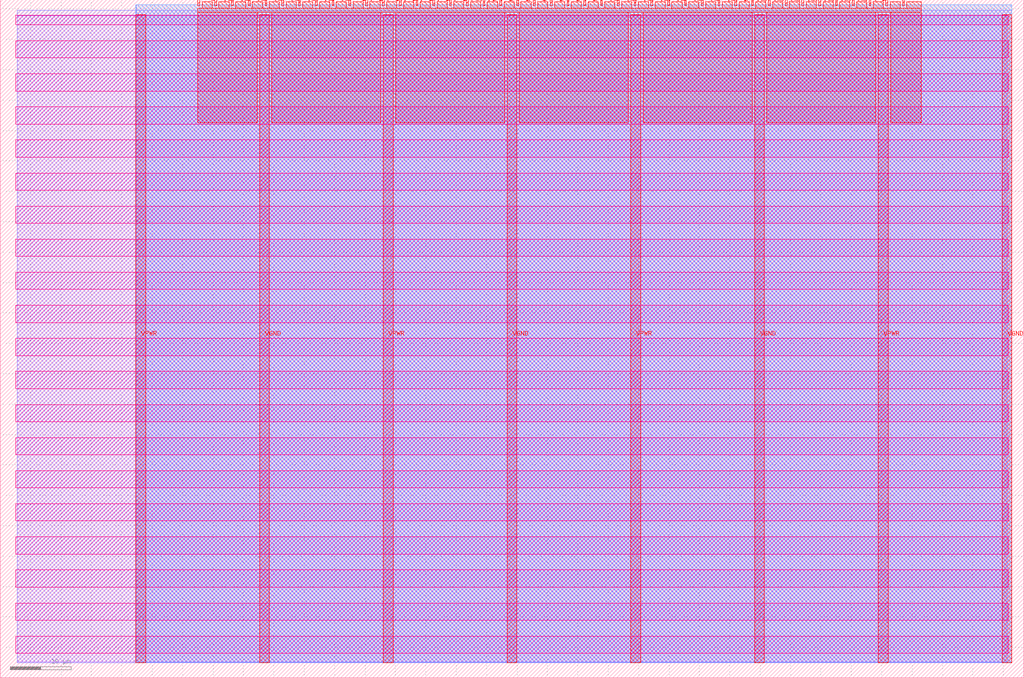
<source format=lef>
VERSION 5.7 ;
  NOWIREEXTENSIONATPIN ON ;
  DIVIDERCHAR "/" ;
  BUSBITCHARS "[]" ;
MACRO tt_um_wrapper_inputblackboxoutput_dup
  CLASS BLOCK ;
  FOREIGN tt_um_wrapper_inputblackboxoutput_dup ;
  ORIGIN 0.000 0.000 ;
  SIZE 168.360 BY 111.520 ;
  PIN VGND
    DIRECTION INOUT ;
    USE GROUND ;
    PORT
      LAYER met4 ;
        RECT 42.670 2.480 44.270 109.040 ;
    END
    PORT
      LAYER met4 ;
        RECT 83.380 2.480 84.980 109.040 ;
    END
    PORT
      LAYER met4 ;
        RECT 124.090 2.480 125.690 109.040 ;
    END
    PORT
      LAYER met4 ;
        RECT 164.800 2.480 166.400 109.040 ;
    END
  END VGND
  PIN VPWR
    DIRECTION INOUT ;
    USE POWER ;
    PORT
      LAYER met4 ;
        RECT 22.315 2.480 23.915 109.040 ;
    END
    PORT
      LAYER met4 ;
        RECT 63.025 2.480 64.625 109.040 ;
    END
    PORT
      LAYER met4 ;
        RECT 103.735 2.480 105.335 109.040 ;
    END
    PORT
      LAYER met4 ;
        RECT 144.445 2.480 146.045 109.040 ;
    END
  END VPWR
  PIN clk
    DIRECTION INPUT ;
    USE SIGNAL ;
    ANTENNAGATEAREA 0.852000 ;
    PORT
      LAYER met4 ;
        RECT 145.670 110.520 145.970 111.520 ;
    END
  END clk
  PIN ena
    DIRECTION INPUT ;
    USE SIGNAL ;
    ANTENNAGATEAREA 0.126000 ;
    PORT
      LAYER met4 ;
        RECT 148.430 110.520 148.730 111.520 ;
    END
  END ena
  PIN rst_n
    DIRECTION INPUT ;
    USE SIGNAL ;
    ANTENNAGATEAREA 0.196500 ;
    PORT
      LAYER met4 ;
        RECT 142.910 110.520 143.210 111.520 ;
    END
  END rst_n
  PIN ui_in[0]
    DIRECTION INPUT ;
    USE SIGNAL ;
    ANTENNAGATEAREA 0.159000 ;
    PORT
      LAYER met4 ;
        RECT 140.150 110.520 140.450 111.520 ;
    END
  END ui_in[0]
  PIN ui_in[1]
    DIRECTION INPUT ;
    USE SIGNAL ;
    ANTENNAGATEAREA 0.213000 ;
    PORT
      LAYER met4 ;
        RECT 137.390 110.520 137.690 111.520 ;
    END
  END ui_in[1]
  PIN ui_in[2]
    DIRECTION INPUT ;
    USE SIGNAL ;
    ANTENNAGATEAREA 0.213000 ;
    PORT
      LAYER met4 ;
        RECT 134.630 110.520 134.930 111.520 ;
    END
  END ui_in[2]
  PIN ui_in[3]
    DIRECTION INPUT ;
    USE SIGNAL ;
    ANTENNAGATEAREA 0.213000 ;
    PORT
      LAYER met4 ;
        RECT 131.870 110.520 132.170 111.520 ;
    END
  END ui_in[3]
  PIN ui_in[4]
    DIRECTION INPUT ;
    USE SIGNAL ;
    ANTENNAGATEAREA 0.159000 ;
    PORT
      LAYER met4 ;
        RECT 129.110 110.520 129.410 111.520 ;
    END
  END ui_in[4]
  PIN ui_in[5]
    DIRECTION INPUT ;
    USE SIGNAL ;
    ANTENNAGATEAREA 0.159000 ;
    PORT
      LAYER met4 ;
        RECT 126.350 110.520 126.650 111.520 ;
    END
  END ui_in[5]
  PIN ui_in[6]
    DIRECTION INPUT ;
    USE SIGNAL ;
    ANTENNAGATEAREA 0.159000 ;
    PORT
      LAYER met4 ;
        RECT 123.590 110.520 123.890 111.520 ;
    END
  END ui_in[6]
  PIN ui_in[7]
    DIRECTION INPUT ;
    USE SIGNAL ;
    ANTENNAGATEAREA 0.126000 ;
    PORT
      LAYER met4 ;
        RECT 120.830 110.520 121.130 111.520 ;
    END
  END ui_in[7]
  PIN uio_in[0]
    DIRECTION INPUT ;
    USE SIGNAL ;
    PORT
      LAYER met4 ;
        RECT 118.070 110.520 118.370 111.520 ;
    END
  END uio_in[0]
  PIN uio_in[1]
    DIRECTION INPUT ;
    USE SIGNAL ;
    PORT
      LAYER met4 ;
        RECT 115.310 110.520 115.610 111.520 ;
    END
  END uio_in[1]
  PIN uio_in[2]
    DIRECTION INPUT ;
    USE SIGNAL ;
    PORT
      LAYER met4 ;
        RECT 112.550 110.520 112.850 111.520 ;
    END
  END uio_in[2]
  PIN uio_in[3]
    DIRECTION INPUT ;
    USE SIGNAL ;
    PORT
      LAYER met4 ;
        RECT 109.790 110.520 110.090 111.520 ;
    END
  END uio_in[3]
  PIN uio_in[4]
    DIRECTION INPUT ;
    USE SIGNAL ;
    PORT
      LAYER met4 ;
        RECT 107.030 110.520 107.330 111.520 ;
    END
  END uio_in[4]
  PIN uio_in[5]
    DIRECTION INPUT ;
    USE SIGNAL ;
    PORT
      LAYER met4 ;
        RECT 104.270 110.520 104.570 111.520 ;
    END
  END uio_in[5]
  PIN uio_in[6]
    DIRECTION INPUT ;
    USE SIGNAL ;
    PORT
      LAYER met4 ;
        RECT 101.510 110.520 101.810 111.520 ;
    END
  END uio_in[6]
  PIN uio_in[7]
    DIRECTION INPUT ;
    USE SIGNAL ;
    PORT
      LAYER met4 ;
        RECT 98.750 110.520 99.050 111.520 ;
    END
  END uio_in[7]
  PIN uio_oe[0]
    DIRECTION OUTPUT TRISTATE ;
    USE SIGNAL ;
    PORT
      LAYER met4 ;
        RECT 51.830 110.520 52.130 111.520 ;
    END
  END uio_oe[0]
  PIN uio_oe[1]
    DIRECTION OUTPUT TRISTATE ;
    USE SIGNAL ;
    PORT
      LAYER met4 ;
        RECT 49.070 110.520 49.370 111.520 ;
    END
  END uio_oe[1]
  PIN uio_oe[2]
    DIRECTION OUTPUT TRISTATE ;
    USE SIGNAL ;
    PORT
      LAYER met4 ;
        RECT 46.310 110.520 46.610 111.520 ;
    END
  END uio_oe[2]
  PIN uio_oe[3]
    DIRECTION OUTPUT TRISTATE ;
    USE SIGNAL ;
    PORT
      LAYER met4 ;
        RECT 43.550 110.520 43.850 111.520 ;
    END
  END uio_oe[3]
  PIN uio_oe[4]
    DIRECTION OUTPUT TRISTATE ;
    USE SIGNAL ;
    PORT
      LAYER met4 ;
        RECT 40.790 110.520 41.090 111.520 ;
    END
  END uio_oe[4]
  PIN uio_oe[5]
    DIRECTION OUTPUT TRISTATE ;
    USE SIGNAL ;
    PORT
      LAYER met4 ;
        RECT 38.030 110.520 38.330 111.520 ;
    END
  END uio_oe[5]
  PIN uio_oe[6]
    DIRECTION OUTPUT TRISTATE ;
    USE SIGNAL ;
    PORT
      LAYER met4 ;
        RECT 35.270 110.520 35.570 111.520 ;
    END
  END uio_oe[6]
  PIN uio_oe[7]
    DIRECTION OUTPUT TRISTATE ;
    USE SIGNAL ;
    PORT
      LAYER met4 ;
        RECT 32.510 110.520 32.810 111.520 ;
    END
  END uio_oe[7]
  PIN uio_out[0]
    DIRECTION OUTPUT TRISTATE ;
    USE SIGNAL ;
    ANTENNADIFFAREA 0.924000 ;
    PORT
      LAYER met4 ;
        RECT 73.910 110.520 74.210 111.520 ;
    END
  END uio_out[0]
  PIN uio_out[1]
    DIRECTION OUTPUT TRISTATE ;
    USE SIGNAL ;
    ANTENNADIFFAREA 0.445500 ;
    PORT
      LAYER met4 ;
        RECT 71.150 110.520 71.450 111.520 ;
    END
  END uio_out[1]
  PIN uio_out[2]
    DIRECTION OUTPUT TRISTATE ;
    USE SIGNAL ;
    ANTENNADIFFAREA 0.445500 ;
    PORT
      LAYER met4 ;
        RECT 68.390 110.520 68.690 111.520 ;
    END
  END uio_out[2]
  PIN uio_out[3]
    DIRECTION OUTPUT TRISTATE ;
    USE SIGNAL ;
    ANTENNADIFFAREA 0.445500 ;
    PORT
      LAYER met4 ;
        RECT 65.630 110.520 65.930 111.520 ;
    END
  END uio_out[3]
  PIN uio_out[4]
    DIRECTION OUTPUT TRISTATE ;
    USE SIGNAL ;
    ANTENNADIFFAREA 0.445500 ;
    PORT
      LAYER met4 ;
        RECT 62.870 110.520 63.170 111.520 ;
    END
  END uio_out[4]
  PIN uio_out[5]
    DIRECTION OUTPUT TRISTATE ;
    USE SIGNAL ;
    ANTENNADIFFAREA 0.795200 ;
    PORT
      LAYER met4 ;
        RECT 60.110 110.520 60.410 111.520 ;
    END
  END uio_out[5]
  PIN uio_out[6]
    DIRECTION OUTPUT TRISTATE ;
    USE SIGNAL ;
    ANTENNADIFFAREA 0.795200 ;
    PORT
      LAYER met4 ;
        RECT 57.350 110.520 57.650 111.520 ;
    END
  END uio_out[6]
  PIN uio_out[7]
    DIRECTION OUTPUT TRISTATE ;
    USE SIGNAL ;
    ANTENNADIFFAREA 0.795200 ;
    PORT
      LAYER met4 ;
        RECT 54.590 110.520 54.890 111.520 ;
    END
  END uio_out[7]
  PIN uo_out[0]
    DIRECTION OUTPUT TRISTATE ;
    USE SIGNAL ;
    ANTENNADIFFAREA 0.445500 ;
    PORT
      LAYER met4 ;
        RECT 95.990 110.520 96.290 111.520 ;
    END
  END uo_out[0]
  PIN uo_out[1]
    DIRECTION OUTPUT TRISTATE ;
    USE SIGNAL ;
    ANTENNADIFFAREA 0.445500 ;
    PORT
      LAYER met4 ;
        RECT 93.230 110.520 93.530 111.520 ;
    END
  END uo_out[1]
  PIN uo_out[2]
    DIRECTION OUTPUT TRISTATE ;
    USE SIGNAL ;
    ANTENNADIFFAREA 0.445500 ;
    PORT
      LAYER met4 ;
        RECT 90.470 110.520 90.770 111.520 ;
    END
  END uo_out[2]
  PIN uo_out[3]
    DIRECTION OUTPUT TRISTATE ;
    USE SIGNAL ;
    ANTENNADIFFAREA 0.445500 ;
    PORT
      LAYER met4 ;
        RECT 87.710 110.520 88.010 111.520 ;
    END
  END uo_out[3]
  PIN uo_out[4]
    DIRECTION OUTPUT TRISTATE ;
    USE SIGNAL ;
    ANTENNADIFFAREA 0.445500 ;
    PORT
      LAYER met4 ;
        RECT 84.950 110.520 85.250 111.520 ;
    END
  END uo_out[4]
  PIN uo_out[5]
    DIRECTION OUTPUT TRISTATE ;
    USE SIGNAL ;
    ANTENNADIFFAREA 0.445500 ;
    PORT
      LAYER met4 ;
        RECT 82.190 110.520 82.490 111.520 ;
    END
  END uo_out[5]
  PIN uo_out[6]
    DIRECTION OUTPUT TRISTATE ;
    USE SIGNAL ;
    ANTENNADIFFAREA 0.445500 ;
    PORT
      LAYER met4 ;
        RECT 79.430 110.520 79.730 111.520 ;
    END
  END uo_out[6]
  PIN uo_out[7]
    DIRECTION OUTPUT TRISTATE ;
    USE SIGNAL ;
    ANTENNADIFFAREA 0.445500 ;
    PORT
      LAYER met4 ;
        RECT 76.670 110.520 76.970 111.520 ;
    END
  END uo_out[7]
  OBS
      LAYER nwell ;
        RECT 2.570 107.385 165.790 108.990 ;
        RECT 2.570 101.945 165.790 104.775 ;
        RECT 2.570 96.505 165.790 99.335 ;
        RECT 2.570 91.065 165.790 93.895 ;
        RECT 2.570 85.625 165.790 88.455 ;
        RECT 2.570 80.185 165.790 83.015 ;
        RECT 2.570 74.745 165.790 77.575 ;
        RECT 2.570 69.305 165.790 72.135 ;
        RECT 2.570 63.865 165.790 66.695 ;
        RECT 2.570 58.425 165.790 61.255 ;
        RECT 2.570 52.985 165.790 55.815 ;
        RECT 2.570 47.545 165.790 50.375 ;
        RECT 2.570 42.105 165.790 44.935 ;
        RECT 2.570 36.665 165.790 39.495 ;
        RECT 2.570 31.225 165.790 34.055 ;
        RECT 2.570 25.785 165.790 28.615 ;
        RECT 2.570 20.345 165.790 23.175 ;
        RECT 2.570 14.905 165.790 17.735 ;
        RECT 2.570 9.465 165.790 12.295 ;
        RECT 2.570 4.025 165.790 6.855 ;
      LAYER li1 ;
        RECT 2.760 2.635 165.600 108.885 ;
      LAYER met1 ;
        RECT 2.760 2.480 166.400 109.780 ;
      LAYER met2 ;
        RECT 22.345 2.535 166.370 110.685 ;
      LAYER met3 ;
        RECT 22.325 2.555 166.390 110.665 ;
      LAYER met4 ;
        RECT 33.210 110.120 34.870 111.170 ;
        RECT 35.970 110.120 37.630 111.170 ;
        RECT 38.730 110.120 40.390 111.170 ;
        RECT 41.490 110.120 43.150 111.170 ;
        RECT 44.250 110.120 45.910 111.170 ;
        RECT 47.010 110.120 48.670 111.170 ;
        RECT 49.770 110.120 51.430 111.170 ;
        RECT 52.530 110.120 54.190 111.170 ;
        RECT 55.290 110.120 56.950 111.170 ;
        RECT 58.050 110.120 59.710 111.170 ;
        RECT 60.810 110.120 62.470 111.170 ;
        RECT 63.570 110.120 65.230 111.170 ;
        RECT 66.330 110.120 67.990 111.170 ;
        RECT 69.090 110.120 70.750 111.170 ;
        RECT 71.850 110.120 73.510 111.170 ;
        RECT 74.610 110.120 76.270 111.170 ;
        RECT 77.370 110.120 79.030 111.170 ;
        RECT 80.130 110.120 81.790 111.170 ;
        RECT 82.890 110.120 84.550 111.170 ;
        RECT 85.650 110.120 87.310 111.170 ;
        RECT 88.410 110.120 90.070 111.170 ;
        RECT 91.170 110.120 92.830 111.170 ;
        RECT 93.930 110.120 95.590 111.170 ;
        RECT 96.690 110.120 98.350 111.170 ;
        RECT 99.450 110.120 101.110 111.170 ;
        RECT 102.210 110.120 103.870 111.170 ;
        RECT 104.970 110.120 106.630 111.170 ;
        RECT 107.730 110.120 109.390 111.170 ;
        RECT 110.490 110.120 112.150 111.170 ;
        RECT 113.250 110.120 114.910 111.170 ;
        RECT 116.010 110.120 117.670 111.170 ;
        RECT 118.770 110.120 120.430 111.170 ;
        RECT 121.530 110.120 123.190 111.170 ;
        RECT 124.290 110.120 125.950 111.170 ;
        RECT 127.050 110.120 128.710 111.170 ;
        RECT 129.810 110.120 131.470 111.170 ;
        RECT 132.570 110.120 134.230 111.170 ;
        RECT 135.330 110.120 136.990 111.170 ;
        RECT 138.090 110.120 139.750 111.170 ;
        RECT 140.850 110.120 142.510 111.170 ;
        RECT 143.610 110.120 145.270 111.170 ;
        RECT 146.370 110.120 148.030 111.170 ;
        RECT 149.130 110.120 151.505 111.170 ;
        RECT 32.495 109.440 151.505 110.120 ;
        RECT 32.495 91.295 42.270 109.440 ;
        RECT 44.670 91.295 62.625 109.440 ;
        RECT 65.025 91.295 82.980 109.440 ;
        RECT 85.380 91.295 103.335 109.440 ;
        RECT 105.735 91.295 123.690 109.440 ;
        RECT 126.090 91.295 144.045 109.440 ;
        RECT 146.445 91.295 151.505 109.440 ;
  END
END tt_um_wrapper_inputblackboxoutput_dup
END LIBRARY


</source>
